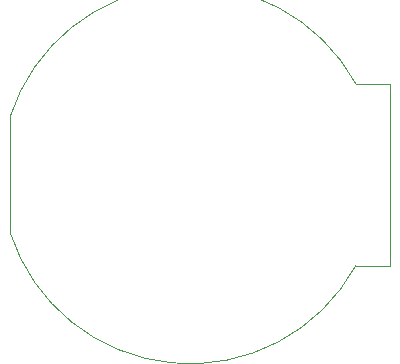
<source format=gm1>
G04*
G04 #@! TF.GenerationSoftware,Altium Limited,Altium Designer,23.3.1 (30)*
G04*
G04 Layer_Color=8508508*
%FSLAX43Y43*%
%MOMM*%
G71*
G04*
G04 #@! TF.SameCoordinates,9844E55F-96F2-4D63-9416-53F8DD85CCA4*
G04*
G04*
G04 #@! TF.FilePolarity,Positive*
G04*
G01*
G75*
%ADD14C,0.100*%
D14*
X14032Y7713D02*
G03*
X-15235Y4927I-14032J-7713D01*
G01*
X-15235Y-4888D02*
G03*
X14021Y-7707I15235J4888D01*
G01*
X-15235Y-4888D02*
Y4927D01*
X14021Y-7707D02*
X16929D01*
Y7707D01*
X14021D02*
X16929D01*
M02*

</source>
